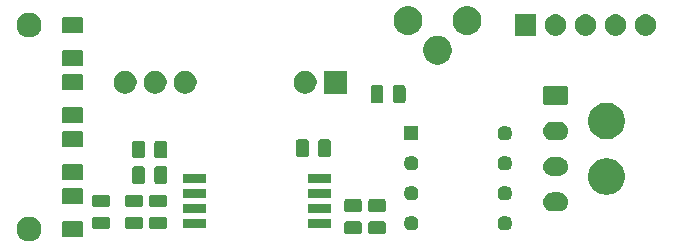
<source format=gbr>
G04 #@! TF.GenerationSoftware,KiCad,Pcbnew,(5.1.5)-3*
G04 #@! TF.CreationDate,2020-07-17T00:05:11-04:00*
G04 #@! TF.ProjectId,Power Transducer,506f7765-7220-4547-9261-6e7364756365,rev?*
G04 #@! TF.SameCoordinates,Original*
G04 #@! TF.FileFunction,Soldermask,Top*
G04 #@! TF.FilePolarity,Negative*
%FSLAX46Y46*%
G04 Gerber Fmt 4.6, Leading zero omitted, Abs format (unit mm)*
G04 Created by KiCad (PCBNEW (5.1.5)-3) date 2020-07-17 00:05:11*
%MOMM*%
%LPD*%
G04 APERTURE LIST*
%ADD10C,0.100000*%
G04 APERTURE END LIST*
D10*
G36*
X94921564Y-87762389D02*
G01*
X95112833Y-87841615D01*
X95112835Y-87841616D01*
X95284973Y-87956635D01*
X95431365Y-88103027D01*
X95538872Y-88263922D01*
X95546385Y-88275167D01*
X95625611Y-88466436D01*
X95666000Y-88669484D01*
X95666000Y-88876516D01*
X95625611Y-89079564D01*
X95546385Y-89270833D01*
X95546384Y-89270835D01*
X95431365Y-89442973D01*
X95284973Y-89589365D01*
X95112835Y-89704384D01*
X95112834Y-89704385D01*
X95112833Y-89704385D01*
X94921564Y-89783611D01*
X94718516Y-89824000D01*
X94511484Y-89824000D01*
X94308436Y-89783611D01*
X94117167Y-89704385D01*
X94117166Y-89704385D01*
X94117165Y-89704384D01*
X93945027Y-89589365D01*
X93798635Y-89442973D01*
X93683616Y-89270835D01*
X93683615Y-89270833D01*
X93604389Y-89079564D01*
X93564000Y-88876516D01*
X93564000Y-88669484D01*
X93604389Y-88466436D01*
X93683615Y-88275167D01*
X93691129Y-88263922D01*
X93798635Y-88103027D01*
X93945027Y-87956635D01*
X94117165Y-87841616D01*
X94117167Y-87841615D01*
X94308436Y-87762389D01*
X94511484Y-87722000D01*
X94718516Y-87722000D01*
X94921564Y-87762389D01*
G37*
G36*
X99066604Y-88101347D02*
G01*
X99103144Y-88112432D01*
X99136821Y-88130433D01*
X99166341Y-88154659D01*
X99190567Y-88184179D01*
X99208568Y-88217856D01*
X99219653Y-88254396D01*
X99224000Y-88298538D01*
X99224000Y-89247462D01*
X99219653Y-89291604D01*
X99208568Y-89328144D01*
X99190567Y-89361821D01*
X99166341Y-89391341D01*
X99136821Y-89415567D01*
X99103144Y-89433568D01*
X99066604Y-89444653D01*
X99022462Y-89449000D01*
X97573538Y-89449000D01*
X97529396Y-89444653D01*
X97492856Y-89433568D01*
X97459179Y-89415567D01*
X97429659Y-89391341D01*
X97405433Y-89361821D01*
X97387432Y-89328144D01*
X97376347Y-89291604D01*
X97372000Y-89247462D01*
X97372000Y-88298538D01*
X97376347Y-88254396D01*
X97387432Y-88217856D01*
X97405433Y-88184179D01*
X97429659Y-88154659D01*
X97459179Y-88130433D01*
X97492856Y-88112432D01*
X97529396Y-88101347D01*
X97573538Y-88097000D01*
X99022462Y-88097000D01*
X99066604Y-88101347D01*
G37*
G36*
X122631468Y-88112065D02*
G01*
X122670138Y-88123796D01*
X122705777Y-88142846D01*
X122737017Y-88168483D01*
X122762654Y-88199723D01*
X122781704Y-88235362D01*
X122793435Y-88274032D01*
X122798000Y-88320388D01*
X122798000Y-88971612D01*
X122793435Y-89017968D01*
X122781704Y-89056638D01*
X122762654Y-89092277D01*
X122737017Y-89123517D01*
X122705777Y-89149154D01*
X122670138Y-89168204D01*
X122631468Y-89179935D01*
X122585112Y-89184500D01*
X121508888Y-89184500D01*
X121462532Y-89179935D01*
X121423862Y-89168204D01*
X121388223Y-89149154D01*
X121356983Y-89123517D01*
X121331346Y-89092277D01*
X121312296Y-89056638D01*
X121300565Y-89017968D01*
X121296000Y-88971612D01*
X121296000Y-88320388D01*
X121300565Y-88274032D01*
X121312296Y-88235362D01*
X121331346Y-88199723D01*
X121356983Y-88168483D01*
X121388223Y-88142846D01*
X121423862Y-88123796D01*
X121462532Y-88112065D01*
X121508888Y-88107500D01*
X122585112Y-88107500D01*
X122631468Y-88112065D01*
G37*
G36*
X124663468Y-88112065D02*
G01*
X124702138Y-88123796D01*
X124737777Y-88142846D01*
X124769017Y-88168483D01*
X124794654Y-88199723D01*
X124813704Y-88235362D01*
X124825435Y-88274032D01*
X124830000Y-88320388D01*
X124830000Y-88971612D01*
X124825435Y-89017968D01*
X124813704Y-89056638D01*
X124794654Y-89092277D01*
X124769017Y-89123517D01*
X124737777Y-89149154D01*
X124702138Y-89168204D01*
X124663468Y-89179935D01*
X124617112Y-89184500D01*
X123540888Y-89184500D01*
X123494532Y-89179935D01*
X123455862Y-89168204D01*
X123420223Y-89149154D01*
X123388983Y-89123517D01*
X123363346Y-89092277D01*
X123344296Y-89056638D01*
X123332565Y-89017968D01*
X123328000Y-88971612D01*
X123328000Y-88320388D01*
X123332565Y-88274032D01*
X123344296Y-88235362D01*
X123363346Y-88199723D01*
X123388983Y-88168483D01*
X123420223Y-88142846D01*
X123455862Y-88123796D01*
X123494532Y-88112065D01*
X123540888Y-88107500D01*
X124617112Y-88107500D01*
X124663468Y-88112065D01*
G37*
G36*
X127146681Y-87672672D02*
G01*
X127258786Y-87719107D01*
X127359677Y-87786521D01*
X127445479Y-87872323D01*
X127512893Y-87973214D01*
X127559328Y-88085319D01*
X127583000Y-88204329D01*
X127583000Y-88325671D01*
X127559328Y-88444681D01*
X127512893Y-88556786D01*
X127445479Y-88657677D01*
X127359677Y-88743479D01*
X127258786Y-88810893D01*
X127146681Y-88857328D01*
X127027671Y-88881000D01*
X126906329Y-88881000D01*
X126787319Y-88857328D01*
X126675214Y-88810893D01*
X126574323Y-88743479D01*
X126488521Y-88657677D01*
X126421107Y-88556786D01*
X126374672Y-88444681D01*
X126351000Y-88325671D01*
X126351000Y-88204329D01*
X126374672Y-88085319D01*
X126421107Y-87973214D01*
X126488521Y-87872323D01*
X126574323Y-87786521D01*
X126675214Y-87719107D01*
X126787319Y-87672672D01*
X126906329Y-87649000D01*
X127027671Y-87649000D01*
X127146681Y-87672672D01*
G37*
G36*
X135086681Y-87672672D02*
G01*
X135198786Y-87719107D01*
X135299677Y-87786521D01*
X135385479Y-87872323D01*
X135452893Y-87973214D01*
X135499328Y-88085319D01*
X135523000Y-88204329D01*
X135523000Y-88325671D01*
X135499328Y-88444681D01*
X135452893Y-88556786D01*
X135385479Y-88657677D01*
X135299677Y-88743479D01*
X135198786Y-88810893D01*
X135086681Y-88857328D01*
X134967671Y-88881000D01*
X134846329Y-88881000D01*
X134727319Y-88857328D01*
X134615214Y-88810893D01*
X134514323Y-88743479D01*
X134428521Y-88657677D01*
X134361107Y-88556786D01*
X134314672Y-88444681D01*
X134291000Y-88325671D01*
X134291000Y-88204329D01*
X134314672Y-88085319D01*
X134361107Y-87973214D01*
X134428521Y-87872323D01*
X134514323Y-87786521D01*
X134615214Y-87719107D01*
X134727319Y-87672672D01*
X134846329Y-87649000D01*
X134967671Y-87649000D01*
X135086681Y-87672672D01*
G37*
G36*
X106121468Y-87731065D02*
G01*
X106160138Y-87742796D01*
X106195777Y-87761846D01*
X106227017Y-87787483D01*
X106252654Y-87818723D01*
X106271704Y-87854362D01*
X106283435Y-87893032D01*
X106288000Y-87939388D01*
X106288000Y-88590612D01*
X106283435Y-88636968D01*
X106271704Y-88675638D01*
X106252654Y-88711277D01*
X106227017Y-88742517D01*
X106195777Y-88768154D01*
X106160138Y-88787204D01*
X106121468Y-88798935D01*
X106075112Y-88803500D01*
X104998888Y-88803500D01*
X104952532Y-88798935D01*
X104913862Y-88787204D01*
X104878223Y-88768154D01*
X104846983Y-88742517D01*
X104821346Y-88711277D01*
X104802296Y-88675638D01*
X104790565Y-88636968D01*
X104786000Y-88590612D01*
X104786000Y-87939388D01*
X104790565Y-87893032D01*
X104802296Y-87854362D01*
X104821346Y-87818723D01*
X104846983Y-87787483D01*
X104878223Y-87761846D01*
X104913862Y-87742796D01*
X104952532Y-87731065D01*
X104998888Y-87726500D01*
X106075112Y-87726500D01*
X106121468Y-87731065D01*
G37*
G36*
X104089468Y-87731065D02*
G01*
X104128138Y-87742796D01*
X104163777Y-87761846D01*
X104195017Y-87787483D01*
X104220654Y-87818723D01*
X104239704Y-87854362D01*
X104251435Y-87893032D01*
X104256000Y-87939388D01*
X104256000Y-88590612D01*
X104251435Y-88636968D01*
X104239704Y-88675638D01*
X104220654Y-88711277D01*
X104195017Y-88742517D01*
X104163777Y-88768154D01*
X104128138Y-88787204D01*
X104089468Y-88798935D01*
X104043112Y-88803500D01*
X102966888Y-88803500D01*
X102920532Y-88798935D01*
X102881862Y-88787204D01*
X102846223Y-88768154D01*
X102814983Y-88742517D01*
X102789346Y-88711277D01*
X102770296Y-88675638D01*
X102758565Y-88636968D01*
X102754000Y-88590612D01*
X102754000Y-87939388D01*
X102758565Y-87893032D01*
X102770296Y-87854362D01*
X102789346Y-87818723D01*
X102814983Y-87787483D01*
X102846223Y-87761846D01*
X102881862Y-87742796D01*
X102920532Y-87731065D01*
X102966888Y-87726500D01*
X104043112Y-87726500D01*
X104089468Y-87731065D01*
G37*
G36*
X101295468Y-87731065D02*
G01*
X101334138Y-87742796D01*
X101369777Y-87761846D01*
X101401017Y-87787483D01*
X101426654Y-87818723D01*
X101445704Y-87854362D01*
X101457435Y-87893032D01*
X101462000Y-87939388D01*
X101462000Y-88590612D01*
X101457435Y-88636968D01*
X101445704Y-88675638D01*
X101426654Y-88711277D01*
X101401017Y-88742517D01*
X101369777Y-88768154D01*
X101334138Y-88787204D01*
X101295468Y-88798935D01*
X101249112Y-88803500D01*
X100172888Y-88803500D01*
X100126532Y-88798935D01*
X100087862Y-88787204D01*
X100052223Y-88768154D01*
X100020983Y-88742517D01*
X99995346Y-88711277D01*
X99976296Y-88675638D01*
X99964565Y-88636968D01*
X99960000Y-88590612D01*
X99960000Y-87939388D01*
X99964565Y-87893032D01*
X99976296Y-87854362D01*
X99995346Y-87818723D01*
X100020983Y-87787483D01*
X100052223Y-87761846D01*
X100087862Y-87742796D01*
X100126532Y-87731065D01*
X100172888Y-87726500D01*
X101249112Y-87726500D01*
X101295468Y-87731065D01*
G37*
G36*
X109570000Y-88641000D02*
G01*
X107618000Y-88641000D01*
X107618000Y-87889000D01*
X109570000Y-87889000D01*
X109570000Y-88641000D01*
G37*
G36*
X120220000Y-88641000D02*
G01*
X118268000Y-88641000D01*
X118268000Y-87889000D01*
X120220000Y-87889000D01*
X120220000Y-88641000D01*
G37*
G36*
X109570000Y-87371000D02*
G01*
X107618000Y-87371000D01*
X107618000Y-86619000D01*
X109570000Y-86619000D01*
X109570000Y-87371000D01*
G37*
G36*
X120220000Y-87371000D02*
G01*
X118268000Y-87371000D01*
X118268000Y-86619000D01*
X120220000Y-86619000D01*
X120220000Y-87371000D01*
G37*
G36*
X122631468Y-86237065D02*
G01*
X122670138Y-86248796D01*
X122705777Y-86267846D01*
X122737017Y-86293483D01*
X122762654Y-86324723D01*
X122781704Y-86360362D01*
X122793435Y-86399032D01*
X122798000Y-86445388D01*
X122798000Y-87096612D01*
X122793435Y-87142968D01*
X122781704Y-87181638D01*
X122762654Y-87217277D01*
X122737017Y-87248517D01*
X122705777Y-87274154D01*
X122670138Y-87293204D01*
X122631468Y-87304935D01*
X122585112Y-87309500D01*
X121508888Y-87309500D01*
X121462532Y-87304935D01*
X121423862Y-87293204D01*
X121388223Y-87274154D01*
X121356983Y-87248517D01*
X121331346Y-87217277D01*
X121312296Y-87181638D01*
X121300565Y-87142968D01*
X121296000Y-87096612D01*
X121296000Y-86445388D01*
X121300565Y-86399032D01*
X121312296Y-86360362D01*
X121331346Y-86324723D01*
X121356983Y-86293483D01*
X121388223Y-86267846D01*
X121423862Y-86248796D01*
X121462532Y-86237065D01*
X121508888Y-86232500D01*
X122585112Y-86232500D01*
X122631468Y-86237065D01*
G37*
G36*
X124663468Y-86237065D02*
G01*
X124702138Y-86248796D01*
X124737777Y-86267846D01*
X124769017Y-86293483D01*
X124794654Y-86324723D01*
X124813704Y-86360362D01*
X124825435Y-86399032D01*
X124830000Y-86445388D01*
X124830000Y-87096612D01*
X124825435Y-87142968D01*
X124813704Y-87181638D01*
X124794654Y-87217277D01*
X124769017Y-87248517D01*
X124737777Y-87274154D01*
X124702138Y-87293204D01*
X124663468Y-87304935D01*
X124617112Y-87309500D01*
X123540888Y-87309500D01*
X123494532Y-87304935D01*
X123455862Y-87293204D01*
X123420223Y-87274154D01*
X123388983Y-87248517D01*
X123363346Y-87217277D01*
X123344296Y-87181638D01*
X123332565Y-87142968D01*
X123328000Y-87096612D01*
X123328000Y-86445388D01*
X123332565Y-86399032D01*
X123344296Y-86360362D01*
X123363346Y-86324723D01*
X123388983Y-86293483D01*
X123420223Y-86267846D01*
X123455862Y-86248796D01*
X123494532Y-86237065D01*
X123540888Y-86232500D01*
X124617112Y-86232500D01*
X124663468Y-86237065D01*
G37*
G36*
X139530571Y-85672863D02*
G01*
X139609023Y-85680590D01*
X139709682Y-85711125D01*
X139760013Y-85726392D01*
X139899165Y-85800771D01*
X140021133Y-85900867D01*
X140121229Y-86022835D01*
X140195608Y-86161987D01*
X140210875Y-86212318D01*
X140241410Y-86312977D01*
X140256875Y-86470000D01*
X140241410Y-86627023D01*
X140234743Y-86649000D01*
X140195608Y-86778013D01*
X140121229Y-86917165D01*
X140021133Y-87039133D01*
X139899165Y-87139229D01*
X139760013Y-87213608D01*
X139709682Y-87228875D01*
X139609023Y-87259410D01*
X139530571Y-87267137D01*
X139491346Y-87271000D01*
X138892654Y-87271000D01*
X138853429Y-87267137D01*
X138774977Y-87259410D01*
X138674318Y-87228875D01*
X138623987Y-87213608D01*
X138484835Y-87139229D01*
X138362867Y-87039133D01*
X138262771Y-86917165D01*
X138188392Y-86778013D01*
X138149257Y-86649000D01*
X138142590Y-86627023D01*
X138127125Y-86470000D01*
X138142590Y-86312977D01*
X138173125Y-86212318D01*
X138188392Y-86161987D01*
X138262771Y-86022835D01*
X138362867Y-85900867D01*
X138484835Y-85800771D01*
X138623987Y-85726392D01*
X138674318Y-85711125D01*
X138774977Y-85680590D01*
X138853429Y-85672863D01*
X138892654Y-85669000D01*
X139491346Y-85669000D01*
X139530571Y-85672863D01*
G37*
G36*
X104089468Y-85856065D02*
G01*
X104128138Y-85867796D01*
X104163777Y-85886846D01*
X104195017Y-85912483D01*
X104220654Y-85943723D01*
X104239704Y-85979362D01*
X104251435Y-86018032D01*
X104256000Y-86064388D01*
X104256000Y-86715612D01*
X104251435Y-86761968D01*
X104239704Y-86800638D01*
X104220654Y-86836277D01*
X104195017Y-86867517D01*
X104163777Y-86893154D01*
X104128138Y-86912204D01*
X104089468Y-86923935D01*
X104043112Y-86928500D01*
X102966888Y-86928500D01*
X102920532Y-86923935D01*
X102881862Y-86912204D01*
X102846223Y-86893154D01*
X102814983Y-86867517D01*
X102789346Y-86836277D01*
X102770296Y-86800638D01*
X102758565Y-86761968D01*
X102754000Y-86715612D01*
X102754000Y-86064388D01*
X102758565Y-86018032D01*
X102770296Y-85979362D01*
X102789346Y-85943723D01*
X102814983Y-85912483D01*
X102846223Y-85886846D01*
X102881862Y-85867796D01*
X102920532Y-85856065D01*
X102966888Y-85851500D01*
X104043112Y-85851500D01*
X104089468Y-85856065D01*
G37*
G36*
X106121468Y-85856065D02*
G01*
X106160138Y-85867796D01*
X106195777Y-85886846D01*
X106227017Y-85912483D01*
X106252654Y-85943723D01*
X106271704Y-85979362D01*
X106283435Y-86018032D01*
X106288000Y-86064388D01*
X106288000Y-86715612D01*
X106283435Y-86761968D01*
X106271704Y-86800638D01*
X106252654Y-86836277D01*
X106227017Y-86867517D01*
X106195777Y-86893154D01*
X106160138Y-86912204D01*
X106121468Y-86923935D01*
X106075112Y-86928500D01*
X104998888Y-86928500D01*
X104952532Y-86923935D01*
X104913862Y-86912204D01*
X104878223Y-86893154D01*
X104846983Y-86867517D01*
X104821346Y-86836277D01*
X104802296Y-86800638D01*
X104790565Y-86761968D01*
X104786000Y-86715612D01*
X104786000Y-86064388D01*
X104790565Y-86018032D01*
X104802296Y-85979362D01*
X104821346Y-85943723D01*
X104846983Y-85912483D01*
X104878223Y-85886846D01*
X104913862Y-85867796D01*
X104952532Y-85856065D01*
X104998888Y-85851500D01*
X106075112Y-85851500D01*
X106121468Y-85856065D01*
G37*
G36*
X101295468Y-85856065D02*
G01*
X101334138Y-85867796D01*
X101369777Y-85886846D01*
X101401017Y-85912483D01*
X101426654Y-85943723D01*
X101445704Y-85979362D01*
X101457435Y-86018032D01*
X101462000Y-86064388D01*
X101462000Y-86715612D01*
X101457435Y-86761968D01*
X101445704Y-86800638D01*
X101426654Y-86836277D01*
X101401017Y-86867517D01*
X101369777Y-86893154D01*
X101334138Y-86912204D01*
X101295468Y-86923935D01*
X101249112Y-86928500D01*
X100172888Y-86928500D01*
X100126532Y-86923935D01*
X100087862Y-86912204D01*
X100052223Y-86893154D01*
X100020983Y-86867517D01*
X99995346Y-86836277D01*
X99976296Y-86800638D01*
X99964565Y-86761968D01*
X99960000Y-86715612D01*
X99960000Y-86064388D01*
X99964565Y-86018032D01*
X99976296Y-85979362D01*
X99995346Y-85943723D01*
X100020983Y-85912483D01*
X100052223Y-85886846D01*
X100087862Y-85867796D01*
X100126532Y-85856065D01*
X100172888Y-85851500D01*
X101249112Y-85851500D01*
X101295468Y-85856065D01*
G37*
G36*
X99066604Y-85301347D02*
G01*
X99103144Y-85312432D01*
X99136821Y-85330433D01*
X99166341Y-85354659D01*
X99190567Y-85384179D01*
X99208568Y-85417856D01*
X99219653Y-85454396D01*
X99224000Y-85498538D01*
X99224000Y-86447462D01*
X99219653Y-86491604D01*
X99208568Y-86528144D01*
X99190567Y-86561821D01*
X99166341Y-86591341D01*
X99136821Y-86615567D01*
X99103144Y-86633568D01*
X99066604Y-86644653D01*
X99022462Y-86649000D01*
X97573538Y-86649000D01*
X97529396Y-86644653D01*
X97492856Y-86633568D01*
X97459179Y-86615567D01*
X97429659Y-86591341D01*
X97405433Y-86561821D01*
X97387432Y-86528144D01*
X97376347Y-86491604D01*
X97372000Y-86447462D01*
X97372000Y-85498538D01*
X97376347Y-85454396D01*
X97387432Y-85417856D01*
X97405433Y-85384179D01*
X97429659Y-85354659D01*
X97459179Y-85330433D01*
X97492856Y-85312432D01*
X97529396Y-85301347D01*
X97573538Y-85297000D01*
X99022462Y-85297000D01*
X99066604Y-85301347D01*
G37*
G36*
X135086681Y-85132672D02*
G01*
X135198786Y-85179107D01*
X135299677Y-85246521D01*
X135385479Y-85332323D01*
X135452893Y-85433214D01*
X135499328Y-85545319D01*
X135523000Y-85664329D01*
X135523000Y-85785671D01*
X135499328Y-85904681D01*
X135452893Y-86016786D01*
X135385479Y-86117677D01*
X135299677Y-86203479D01*
X135198786Y-86270893D01*
X135086681Y-86317328D01*
X134967671Y-86341000D01*
X134846329Y-86341000D01*
X134727319Y-86317328D01*
X134615214Y-86270893D01*
X134514323Y-86203479D01*
X134428521Y-86117677D01*
X134361107Y-86016786D01*
X134314672Y-85904681D01*
X134291000Y-85785671D01*
X134291000Y-85664329D01*
X134314672Y-85545319D01*
X134361107Y-85433214D01*
X134428521Y-85332323D01*
X134514323Y-85246521D01*
X134615214Y-85179107D01*
X134727319Y-85132672D01*
X134846329Y-85109000D01*
X134967671Y-85109000D01*
X135086681Y-85132672D01*
G37*
G36*
X127146681Y-85132672D02*
G01*
X127258786Y-85179107D01*
X127359677Y-85246521D01*
X127445479Y-85332323D01*
X127512893Y-85433214D01*
X127559328Y-85545319D01*
X127583000Y-85664329D01*
X127583000Y-85785671D01*
X127559328Y-85904681D01*
X127512893Y-86016786D01*
X127445479Y-86117677D01*
X127359677Y-86203479D01*
X127258786Y-86270893D01*
X127146681Y-86317328D01*
X127027671Y-86341000D01*
X126906329Y-86341000D01*
X126787319Y-86317328D01*
X126675214Y-86270893D01*
X126574323Y-86203479D01*
X126488521Y-86117677D01*
X126421107Y-86016786D01*
X126374672Y-85904681D01*
X126351000Y-85785671D01*
X126351000Y-85664329D01*
X126374672Y-85545319D01*
X126421107Y-85433214D01*
X126488521Y-85332323D01*
X126574323Y-85246521D01*
X126675214Y-85179107D01*
X126787319Y-85132672D01*
X126906329Y-85109000D01*
X127027671Y-85109000D01*
X127146681Y-85132672D01*
G37*
G36*
X120220000Y-86101000D02*
G01*
X118268000Y-86101000D01*
X118268000Y-85349000D01*
X120220000Y-85349000D01*
X120220000Y-86101000D01*
G37*
G36*
X109570000Y-86101000D02*
G01*
X107618000Y-86101000D01*
X107618000Y-85349000D01*
X109570000Y-85349000D01*
X109570000Y-86101000D01*
G37*
G36*
X143814585Y-82798802D02*
G01*
X143964410Y-82828604D01*
X144246674Y-82945521D01*
X144500705Y-83115259D01*
X144716741Y-83331295D01*
X144886479Y-83585326D01*
X145003396Y-83867590D01*
X145003396Y-83867591D01*
X145063000Y-84167239D01*
X145063000Y-84472761D01*
X145048869Y-84543802D01*
X145003396Y-84772410D01*
X144886479Y-85054674D01*
X144716741Y-85308705D01*
X144500705Y-85524741D01*
X144246674Y-85694479D01*
X143964410Y-85811396D01*
X143814585Y-85841198D01*
X143664761Y-85871000D01*
X143359239Y-85871000D01*
X143209415Y-85841198D01*
X143059590Y-85811396D01*
X142777326Y-85694479D01*
X142523295Y-85524741D01*
X142307259Y-85308705D01*
X142137521Y-85054674D01*
X142020604Y-84772410D01*
X141975131Y-84543802D01*
X141961000Y-84472761D01*
X141961000Y-84167239D01*
X142020604Y-83867591D01*
X142020604Y-83867590D01*
X142137521Y-83585326D01*
X142307259Y-83331295D01*
X142523295Y-83115259D01*
X142777326Y-82945521D01*
X143059590Y-82828604D01*
X143209415Y-82798802D01*
X143359239Y-82769000D01*
X143664761Y-82769000D01*
X143814585Y-82798802D01*
G37*
G36*
X104257968Y-83454565D02*
G01*
X104296638Y-83466296D01*
X104332277Y-83485346D01*
X104363517Y-83510983D01*
X104389154Y-83542223D01*
X104408204Y-83577862D01*
X104419935Y-83616532D01*
X104424500Y-83662888D01*
X104424500Y-84739112D01*
X104419935Y-84785468D01*
X104408204Y-84824138D01*
X104389154Y-84859777D01*
X104363517Y-84891017D01*
X104332277Y-84916654D01*
X104296638Y-84935704D01*
X104257968Y-84947435D01*
X104211612Y-84952000D01*
X103560388Y-84952000D01*
X103514032Y-84947435D01*
X103475362Y-84935704D01*
X103439723Y-84916654D01*
X103408483Y-84891017D01*
X103382846Y-84859777D01*
X103363796Y-84824138D01*
X103352065Y-84785468D01*
X103347500Y-84739112D01*
X103347500Y-83662888D01*
X103352065Y-83616532D01*
X103363796Y-83577862D01*
X103382846Y-83542223D01*
X103408483Y-83510983D01*
X103439723Y-83485346D01*
X103475362Y-83466296D01*
X103514032Y-83454565D01*
X103560388Y-83450000D01*
X104211612Y-83450000D01*
X104257968Y-83454565D01*
G37*
G36*
X106132968Y-83454565D02*
G01*
X106171638Y-83466296D01*
X106207277Y-83485346D01*
X106238517Y-83510983D01*
X106264154Y-83542223D01*
X106283204Y-83577862D01*
X106294935Y-83616532D01*
X106299500Y-83662888D01*
X106299500Y-84739112D01*
X106294935Y-84785468D01*
X106283204Y-84824138D01*
X106264154Y-84859777D01*
X106238517Y-84891017D01*
X106207277Y-84916654D01*
X106171638Y-84935704D01*
X106132968Y-84947435D01*
X106086612Y-84952000D01*
X105435388Y-84952000D01*
X105389032Y-84947435D01*
X105350362Y-84935704D01*
X105314723Y-84916654D01*
X105283483Y-84891017D01*
X105257846Y-84859777D01*
X105238796Y-84824138D01*
X105227065Y-84785468D01*
X105222500Y-84739112D01*
X105222500Y-83662888D01*
X105227065Y-83616532D01*
X105238796Y-83577862D01*
X105257846Y-83542223D01*
X105283483Y-83510983D01*
X105314723Y-83485346D01*
X105350362Y-83466296D01*
X105389032Y-83454565D01*
X105435388Y-83450000D01*
X106086612Y-83450000D01*
X106132968Y-83454565D01*
G37*
G36*
X109570000Y-84831000D02*
G01*
X107618000Y-84831000D01*
X107618000Y-84079000D01*
X109570000Y-84079000D01*
X109570000Y-84831000D01*
G37*
G36*
X120220000Y-84831000D02*
G01*
X118268000Y-84831000D01*
X118268000Y-84079000D01*
X120220000Y-84079000D01*
X120220000Y-84831000D01*
G37*
G36*
X99066604Y-83275347D02*
G01*
X99103144Y-83286432D01*
X99136821Y-83304433D01*
X99166341Y-83328659D01*
X99190567Y-83358179D01*
X99208568Y-83391856D01*
X99219653Y-83428396D01*
X99224000Y-83472538D01*
X99224000Y-84421462D01*
X99219653Y-84465604D01*
X99208568Y-84502144D01*
X99190567Y-84535821D01*
X99166341Y-84565341D01*
X99136821Y-84589567D01*
X99103144Y-84607568D01*
X99066604Y-84618653D01*
X99022462Y-84623000D01*
X97573538Y-84623000D01*
X97529396Y-84618653D01*
X97492856Y-84607568D01*
X97459179Y-84589567D01*
X97429659Y-84565341D01*
X97405433Y-84535821D01*
X97387432Y-84502144D01*
X97376347Y-84465604D01*
X97372000Y-84421462D01*
X97372000Y-83472538D01*
X97376347Y-83428396D01*
X97387432Y-83391856D01*
X97405433Y-83358179D01*
X97429659Y-83328659D01*
X97459179Y-83304433D01*
X97492856Y-83286432D01*
X97529396Y-83275347D01*
X97573538Y-83271000D01*
X99022462Y-83271000D01*
X99066604Y-83275347D01*
G37*
G36*
X139530571Y-82672863D02*
G01*
X139609023Y-82680590D01*
X139694506Y-82706521D01*
X139760013Y-82726392D01*
X139899165Y-82800771D01*
X140021133Y-82900867D01*
X140121229Y-83022835D01*
X140195608Y-83161987D01*
X140195608Y-83161988D01*
X140241410Y-83312977D01*
X140256875Y-83470000D01*
X140241410Y-83627023D01*
X140230530Y-83662888D01*
X140195608Y-83778013D01*
X140121229Y-83917165D01*
X140021133Y-84039133D01*
X139899165Y-84139229D01*
X139760013Y-84213608D01*
X139709682Y-84228875D01*
X139609023Y-84259410D01*
X139530571Y-84267137D01*
X139491346Y-84271000D01*
X138892654Y-84271000D01*
X138853429Y-84267137D01*
X138774977Y-84259410D01*
X138674318Y-84228875D01*
X138623987Y-84213608D01*
X138484835Y-84139229D01*
X138362867Y-84039133D01*
X138262771Y-83917165D01*
X138188392Y-83778013D01*
X138153470Y-83662888D01*
X138142590Y-83627023D01*
X138127125Y-83470000D01*
X138142590Y-83312977D01*
X138188392Y-83161988D01*
X138188392Y-83161987D01*
X138262771Y-83022835D01*
X138362867Y-82900867D01*
X138484835Y-82800771D01*
X138623987Y-82726392D01*
X138689494Y-82706521D01*
X138774977Y-82680590D01*
X138853429Y-82672863D01*
X138892654Y-82669000D01*
X139491346Y-82669000D01*
X139530571Y-82672863D01*
G37*
G36*
X135086681Y-82592672D02*
G01*
X135198786Y-82639107D01*
X135299677Y-82706521D01*
X135385479Y-82792323D01*
X135452893Y-82893214D01*
X135499328Y-83005319D01*
X135523000Y-83124329D01*
X135523000Y-83245671D01*
X135499328Y-83364681D01*
X135452893Y-83476786D01*
X135385479Y-83577677D01*
X135299677Y-83663479D01*
X135198786Y-83730893D01*
X135086681Y-83777328D01*
X134967671Y-83801000D01*
X134846329Y-83801000D01*
X134727319Y-83777328D01*
X134615214Y-83730893D01*
X134514323Y-83663479D01*
X134428521Y-83577677D01*
X134361107Y-83476786D01*
X134314672Y-83364681D01*
X134291000Y-83245671D01*
X134291000Y-83124329D01*
X134314672Y-83005319D01*
X134361107Y-82893214D01*
X134428521Y-82792323D01*
X134514323Y-82706521D01*
X134615214Y-82639107D01*
X134727319Y-82592672D01*
X134846329Y-82569000D01*
X134967671Y-82569000D01*
X135086681Y-82592672D01*
G37*
G36*
X127146681Y-82592672D02*
G01*
X127258786Y-82639107D01*
X127359677Y-82706521D01*
X127445479Y-82792323D01*
X127512893Y-82893214D01*
X127559328Y-83005319D01*
X127583000Y-83124329D01*
X127583000Y-83245671D01*
X127559328Y-83364681D01*
X127512893Y-83476786D01*
X127445479Y-83577677D01*
X127359677Y-83663479D01*
X127258786Y-83730893D01*
X127146681Y-83777328D01*
X127027671Y-83801000D01*
X126906329Y-83801000D01*
X126787319Y-83777328D01*
X126675214Y-83730893D01*
X126574323Y-83663479D01*
X126488521Y-83577677D01*
X126421107Y-83476786D01*
X126374672Y-83364681D01*
X126351000Y-83245671D01*
X126351000Y-83124329D01*
X126374672Y-83005319D01*
X126421107Y-82893214D01*
X126488521Y-82792323D01*
X126574323Y-82706521D01*
X126675214Y-82639107D01*
X126787319Y-82592672D01*
X126906329Y-82569000D01*
X127027671Y-82569000D01*
X127146681Y-82592672D01*
G37*
G36*
X106132968Y-81295565D02*
G01*
X106171638Y-81307296D01*
X106207277Y-81326346D01*
X106238517Y-81351983D01*
X106264154Y-81383223D01*
X106283204Y-81418862D01*
X106294935Y-81457532D01*
X106299500Y-81503888D01*
X106299500Y-82580112D01*
X106294935Y-82626468D01*
X106283204Y-82665138D01*
X106264154Y-82700777D01*
X106238517Y-82732017D01*
X106207277Y-82757654D01*
X106171638Y-82776704D01*
X106132968Y-82788435D01*
X106086612Y-82793000D01*
X105435388Y-82793000D01*
X105389032Y-82788435D01*
X105350362Y-82776704D01*
X105314723Y-82757654D01*
X105283483Y-82732017D01*
X105257846Y-82700777D01*
X105238796Y-82665138D01*
X105227065Y-82626468D01*
X105222500Y-82580112D01*
X105222500Y-81503888D01*
X105227065Y-81457532D01*
X105238796Y-81418862D01*
X105257846Y-81383223D01*
X105283483Y-81351983D01*
X105314723Y-81326346D01*
X105350362Y-81307296D01*
X105389032Y-81295565D01*
X105435388Y-81291000D01*
X106086612Y-81291000D01*
X106132968Y-81295565D01*
G37*
G36*
X104257968Y-81295565D02*
G01*
X104296638Y-81307296D01*
X104332277Y-81326346D01*
X104363517Y-81351983D01*
X104389154Y-81383223D01*
X104408204Y-81418862D01*
X104419935Y-81457532D01*
X104424500Y-81503888D01*
X104424500Y-82580112D01*
X104419935Y-82626468D01*
X104408204Y-82665138D01*
X104389154Y-82700777D01*
X104363517Y-82732017D01*
X104332277Y-82757654D01*
X104296638Y-82776704D01*
X104257968Y-82788435D01*
X104211612Y-82793000D01*
X103560388Y-82793000D01*
X103514032Y-82788435D01*
X103475362Y-82776704D01*
X103439723Y-82757654D01*
X103408483Y-82732017D01*
X103382846Y-82700777D01*
X103363796Y-82665138D01*
X103352065Y-82626468D01*
X103347500Y-82580112D01*
X103347500Y-81503888D01*
X103352065Y-81457532D01*
X103363796Y-81418862D01*
X103382846Y-81383223D01*
X103408483Y-81351983D01*
X103439723Y-81326346D01*
X103475362Y-81307296D01*
X103514032Y-81295565D01*
X103560388Y-81291000D01*
X104211612Y-81291000D01*
X104257968Y-81295565D01*
G37*
G36*
X118130968Y-81168565D02*
G01*
X118169638Y-81180296D01*
X118205277Y-81199346D01*
X118236517Y-81224983D01*
X118262154Y-81256223D01*
X118281204Y-81291862D01*
X118292935Y-81330532D01*
X118297500Y-81376888D01*
X118297500Y-82453112D01*
X118292935Y-82499468D01*
X118281204Y-82538138D01*
X118262154Y-82573777D01*
X118236517Y-82605017D01*
X118205277Y-82630654D01*
X118169638Y-82649704D01*
X118130968Y-82661435D01*
X118084612Y-82666000D01*
X117433388Y-82666000D01*
X117387032Y-82661435D01*
X117348362Y-82649704D01*
X117312723Y-82630654D01*
X117281483Y-82605017D01*
X117255846Y-82573777D01*
X117236796Y-82538138D01*
X117225065Y-82499468D01*
X117220500Y-82453112D01*
X117220500Y-81376888D01*
X117225065Y-81330532D01*
X117236796Y-81291862D01*
X117255846Y-81256223D01*
X117281483Y-81224983D01*
X117312723Y-81199346D01*
X117348362Y-81180296D01*
X117387032Y-81168565D01*
X117433388Y-81164000D01*
X118084612Y-81164000D01*
X118130968Y-81168565D01*
G37*
G36*
X120005968Y-81168565D02*
G01*
X120044638Y-81180296D01*
X120080277Y-81199346D01*
X120111517Y-81224983D01*
X120137154Y-81256223D01*
X120156204Y-81291862D01*
X120167935Y-81330532D01*
X120172500Y-81376888D01*
X120172500Y-82453112D01*
X120167935Y-82499468D01*
X120156204Y-82538138D01*
X120137154Y-82573777D01*
X120111517Y-82605017D01*
X120080277Y-82630654D01*
X120044638Y-82649704D01*
X120005968Y-82661435D01*
X119959612Y-82666000D01*
X119308388Y-82666000D01*
X119262032Y-82661435D01*
X119223362Y-82649704D01*
X119187723Y-82630654D01*
X119156483Y-82605017D01*
X119130846Y-82573777D01*
X119111796Y-82538138D01*
X119100065Y-82499468D01*
X119095500Y-82453112D01*
X119095500Y-81376888D01*
X119100065Y-81330532D01*
X119111796Y-81291862D01*
X119130846Y-81256223D01*
X119156483Y-81224983D01*
X119187723Y-81199346D01*
X119223362Y-81180296D01*
X119262032Y-81168565D01*
X119308388Y-81164000D01*
X119959612Y-81164000D01*
X120005968Y-81168565D01*
G37*
G36*
X99066604Y-80475347D02*
G01*
X99103144Y-80486432D01*
X99136821Y-80504433D01*
X99166341Y-80528659D01*
X99190567Y-80558179D01*
X99208568Y-80591856D01*
X99219653Y-80628396D01*
X99224000Y-80672538D01*
X99224000Y-81621462D01*
X99219653Y-81665604D01*
X99208568Y-81702144D01*
X99190567Y-81735821D01*
X99166341Y-81765341D01*
X99136821Y-81789567D01*
X99103144Y-81807568D01*
X99066604Y-81818653D01*
X99022462Y-81823000D01*
X97573538Y-81823000D01*
X97529396Y-81818653D01*
X97492856Y-81807568D01*
X97459179Y-81789567D01*
X97429659Y-81765341D01*
X97405433Y-81735821D01*
X97387432Y-81702144D01*
X97376347Y-81665604D01*
X97372000Y-81621462D01*
X97372000Y-80672538D01*
X97376347Y-80628396D01*
X97387432Y-80591856D01*
X97405433Y-80558179D01*
X97429659Y-80528659D01*
X97459179Y-80504433D01*
X97492856Y-80486432D01*
X97529396Y-80475347D01*
X97573538Y-80471000D01*
X99022462Y-80471000D01*
X99066604Y-80475347D01*
G37*
G36*
X139530571Y-79672863D02*
G01*
X139609023Y-79680590D01*
X139705385Y-79709821D01*
X139760013Y-79726392D01*
X139899165Y-79800771D01*
X140021133Y-79900867D01*
X140121229Y-80022835D01*
X140195608Y-80161987D01*
X140195608Y-80161988D01*
X140241410Y-80312977D01*
X140256875Y-80470000D01*
X140241410Y-80627023D01*
X140227603Y-80672538D01*
X140195608Y-80778013D01*
X140121229Y-80917165D01*
X140021133Y-81039133D01*
X139899165Y-81139229D01*
X139760013Y-81213608D01*
X139722514Y-81224983D01*
X139609023Y-81259410D01*
X139530571Y-81267137D01*
X139491346Y-81271000D01*
X138892654Y-81271000D01*
X138853429Y-81267137D01*
X138774977Y-81259410D01*
X138661486Y-81224983D01*
X138623987Y-81213608D01*
X138484835Y-81139229D01*
X138362867Y-81039133D01*
X138262771Y-80917165D01*
X138188392Y-80778013D01*
X138156397Y-80672538D01*
X138142590Y-80627023D01*
X138127125Y-80470000D01*
X138142590Y-80312977D01*
X138188392Y-80161988D01*
X138188392Y-80161987D01*
X138262771Y-80022835D01*
X138362867Y-79900867D01*
X138484835Y-79800771D01*
X138623987Y-79726392D01*
X138678615Y-79709821D01*
X138774977Y-79680590D01*
X138853429Y-79672863D01*
X138892654Y-79669000D01*
X139491346Y-79669000D01*
X139530571Y-79672863D01*
G37*
G36*
X135086681Y-80052672D02*
G01*
X135198786Y-80099107D01*
X135299677Y-80166521D01*
X135385479Y-80252323D01*
X135452893Y-80353214D01*
X135499328Y-80465319D01*
X135523000Y-80584329D01*
X135523000Y-80705671D01*
X135499328Y-80824681D01*
X135452893Y-80936786D01*
X135385479Y-81037677D01*
X135299677Y-81123479D01*
X135198786Y-81190893D01*
X135086681Y-81237328D01*
X134967671Y-81261000D01*
X134846329Y-81261000D01*
X134727319Y-81237328D01*
X134615214Y-81190893D01*
X134514323Y-81123479D01*
X134428521Y-81037677D01*
X134361107Y-80936786D01*
X134314672Y-80824681D01*
X134291000Y-80705671D01*
X134291000Y-80584329D01*
X134314672Y-80465319D01*
X134361107Y-80353214D01*
X134428521Y-80252323D01*
X134514323Y-80166521D01*
X134615214Y-80099107D01*
X134727319Y-80052672D01*
X134846329Y-80029000D01*
X134967671Y-80029000D01*
X135086681Y-80052672D01*
G37*
G36*
X127583000Y-81261000D02*
G01*
X126351000Y-81261000D01*
X126351000Y-80029000D01*
X127583000Y-80029000D01*
X127583000Y-81261000D01*
G37*
G36*
X143767494Y-78089435D02*
G01*
X143964410Y-78128604D01*
X144246674Y-78245521D01*
X144500705Y-78415259D01*
X144716741Y-78631295D01*
X144886479Y-78885326D01*
X145003396Y-79167590D01*
X145003396Y-79167591D01*
X145063000Y-79467239D01*
X145063000Y-79772761D01*
X145057428Y-79800771D01*
X145003396Y-80072410D01*
X144886479Y-80354674D01*
X144716741Y-80608705D01*
X144500705Y-80824741D01*
X144246674Y-80994479D01*
X143964410Y-81111396D01*
X143824484Y-81139229D01*
X143664761Y-81171000D01*
X143359239Y-81171000D01*
X143199516Y-81139229D01*
X143059590Y-81111396D01*
X142777326Y-80994479D01*
X142523295Y-80824741D01*
X142307259Y-80608705D01*
X142137521Y-80354674D01*
X142020604Y-80072410D01*
X141966572Y-79800771D01*
X141961000Y-79772761D01*
X141961000Y-79467239D01*
X142020604Y-79167591D01*
X142020604Y-79167590D01*
X142137521Y-78885326D01*
X142307259Y-78631295D01*
X142523295Y-78415259D01*
X142777326Y-78245521D01*
X143059590Y-78128604D01*
X143256506Y-78089435D01*
X143359239Y-78069000D01*
X143664761Y-78069000D01*
X143767494Y-78089435D01*
G37*
G36*
X99066604Y-78449347D02*
G01*
X99103144Y-78460432D01*
X99136821Y-78478433D01*
X99166341Y-78502659D01*
X99190567Y-78532179D01*
X99208568Y-78565856D01*
X99219653Y-78602396D01*
X99224000Y-78646538D01*
X99224000Y-79595462D01*
X99219653Y-79639604D01*
X99208568Y-79676144D01*
X99190567Y-79709821D01*
X99166341Y-79739341D01*
X99136821Y-79763567D01*
X99103144Y-79781568D01*
X99066604Y-79792653D01*
X99022462Y-79797000D01*
X97573538Y-79797000D01*
X97529396Y-79792653D01*
X97492856Y-79781568D01*
X97459179Y-79763567D01*
X97429659Y-79739341D01*
X97405433Y-79709821D01*
X97387432Y-79676144D01*
X97376347Y-79639604D01*
X97372000Y-79595462D01*
X97372000Y-78646538D01*
X97376347Y-78602396D01*
X97387432Y-78565856D01*
X97405433Y-78532179D01*
X97429659Y-78502659D01*
X97459179Y-78478433D01*
X97492856Y-78460432D01*
X97529396Y-78449347D01*
X97573538Y-78445000D01*
X99022462Y-78445000D01*
X99066604Y-78449347D01*
G37*
G36*
X140105048Y-76673122D02*
G01*
X140139387Y-76683539D01*
X140171036Y-76700456D01*
X140198778Y-76723222D01*
X140221544Y-76750964D01*
X140238461Y-76782613D01*
X140248878Y-76816952D01*
X140253000Y-76858807D01*
X140253000Y-78081193D01*
X140248878Y-78123048D01*
X140238461Y-78157387D01*
X140221544Y-78189036D01*
X140198778Y-78216778D01*
X140171036Y-78239544D01*
X140139387Y-78256461D01*
X140105048Y-78266878D01*
X140063193Y-78271000D01*
X138320807Y-78271000D01*
X138278952Y-78266878D01*
X138244613Y-78256461D01*
X138212964Y-78239544D01*
X138185222Y-78216778D01*
X138162456Y-78189036D01*
X138145539Y-78157387D01*
X138135122Y-78123048D01*
X138131000Y-78081193D01*
X138131000Y-76858807D01*
X138135122Y-76816952D01*
X138145539Y-76782613D01*
X138162456Y-76750964D01*
X138185222Y-76723222D01*
X138212964Y-76700456D01*
X138244613Y-76683539D01*
X138278952Y-76673122D01*
X138320807Y-76669000D01*
X140063193Y-76669000D01*
X140105048Y-76673122D01*
G37*
G36*
X126325968Y-76596565D02*
G01*
X126364638Y-76608296D01*
X126400277Y-76627346D01*
X126431517Y-76652983D01*
X126457154Y-76684223D01*
X126476204Y-76719862D01*
X126487935Y-76758532D01*
X126492500Y-76804888D01*
X126492500Y-77881112D01*
X126487935Y-77927468D01*
X126476204Y-77966138D01*
X126457154Y-78001777D01*
X126431517Y-78033017D01*
X126400277Y-78058654D01*
X126364638Y-78077704D01*
X126325968Y-78089435D01*
X126279612Y-78094000D01*
X125628388Y-78094000D01*
X125582032Y-78089435D01*
X125543362Y-78077704D01*
X125507723Y-78058654D01*
X125476483Y-78033017D01*
X125450846Y-78001777D01*
X125431796Y-77966138D01*
X125420065Y-77927468D01*
X125415500Y-77881112D01*
X125415500Y-76804888D01*
X125420065Y-76758532D01*
X125431796Y-76719862D01*
X125450846Y-76684223D01*
X125476483Y-76652983D01*
X125507723Y-76627346D01*
X125543362Y-76608296D01*
X125582032Y-76596565D01*
X125628388Y-76592000D01*
X126279612Y-76592000D01*
X126325968Y-76596565D01*
G37*
G36*
X124450968Y-76596565D02*
G01*
X124489638Y-76608296D01*
X124525277Y-76627346D01*
X124556517Y-76652983D01*
X124582154Y-76684223D01*
X124601204Y-76719862D01*
X124612935Y-76758532D01*
X124617500Y-76804888D01*
X124617500Y-77881112D01*
X124612935Y-77927468D01*
X124601204Y-77966138D01*
X124582154Y-78001777D01*
X124556517Y-78033017D01*
X124525277Y-78058654D01*
X124489638Y-78077704D01*
X124450968Y-78089435D01*
X124404612Y-78094000D01*
X123753388Y-78094000D01*
X123707032Y-78089435D01*
X123668362Y-78077704D01*
X123632723Y-78058654D01*
X123601483Y-78033017D01*
X123575846Y-78001777D01*
X123556796Y-77966138D01*
X123545065Y-77927468D01*
X123540500Y-77881112D01*
X123540500Y-76804888D01*
X123545065Y-76758532D01*
X123556796Y-76719862D01*
X123575846Y-76684223D01*
X123601483Y-76652983D01*
X123632723Y-76627346D01*
X123668362Y-76608296D01*
X123707032Y-76596565D01*
X123753388Y-76592000D01*
X124404612Y-76592000D01*
X124450968Y-76596565D01*
G37*
G36*
X103027687Y-75388507D02*
G01*
X103027690Y-75388508D01*
X103027689Y-75388508D01*
X103205309Y-75462080D01*
X103205310Y-75462081D01*
X103365161Y-75568889D01*
X103501111Y-75704839D01*
X103572661Y-75811922D01*
X103607920Y-75864691D01*
X103628924Y-75915400D01*
X103681493Y-76042313D01*
X103719000Y-76230871D01*
X103719000Y-76423129D01*
X103681493Y-76611687D01*
X103681492Y-76611689D01*
X103607920Y-76789309D01*
X103590158Y-76815891D01*
X103501111Y-76949161D01*
X103365161Y-77085111D01*
X103231891Y-77174158D01*
X103205309Y-77191920D01*
X103067927Y-77248825D01*
X103027687Y-77265493D01*
X102839129Y-77303000D01*
X102646871Y-77303000D01*
X102458313Y-77265493D01*
X102418073Y-77248825D01*
X102280691Y-77191920D01*
X102254109Y-77174158D01*
X102120839Y-77085111D01*
X101984889Y-76949161D01*
X101895842Y-76815891D01*
X101878080Y-76789309D01*
X101804508Y-76611689D01*
X101804507Y-76611687D01*
X101767000Y-76423129D01*
X101767000Y-76230871D01*
X101804507Y-76042313D01*
X101857076Y-75915400D01*
X101878080Y-75864691D01*
X101913339Y-75811922D01*
X101984889Y-75704839D01*
X102120839Y-75568889D01*
X102280690Y-75462081D01*
X102280691Y-75462080D01*
X102458311Y-75388508D01*
X102458310Y-75388508D01*
X102458313Y-75388507D01*
X102646871Y-75351000D01*
X102839129Y-75351000D01*
X103027687Y-75388507D01*
G37*
G36*
X118267687Y-75388507D02*
G01*
X118267690Y-75388508D01*
X118267689Y-75388508D01*
X118445309Y-75462080D01*
X118445310Y-75462081D01*
X118605161Y-75568889D01*
X118741111Y-75704839D01*
X118812661Y-75811922D01*
X118847920Y-75864691D01*
X118868924Y-75915400D01*
X118921493Y-76042313D01*
X118959000Y-76230871D01*
X118959000Y-76423129D01*
X118921493Y-76611687D01*
X118921492Y-76611689D01*
X118847920Y-76789309D01*
X118830158Y-76815891D01*
X118741111Y-76949161D01*
X118605161Y-77085111D01*
X118471891Y-77174158D01*
X118445309Y-77191920D01*
X118307927Y-77248825D01*
X118267687Y-77265493D01*
X118079129Y-77303000D01*
X117886871Y-77303000D01*
X117698313Y-77265493D01*
X117658073Y-77248825D01*
X117520691Y-77191920D01*
X117494109Y-77174158D01*
X117360839Y-77085111D01*
X117224889Y-76949161D01*
X117135842Y-76815891D01*
X117118080Y-76789309D01*
X117044508Y-76611689D01*
X117044507Y-76611687D01*
X117007000Y-76423129D01*
X117007000Y-76230871D01*
X117044507Y-76042313D01*
X117097076Y-75915400D01*
X117118080Y-75864691D01*
X117153339Y-75811922D01*
X117224889Y-75704839D01*
X117360839Y-75568889D01*
X117520690Y-75462081D01*
X117520691Y-75462080D01*
X117698311Y-75388508D01*
X117698310Y-75388508D01*
X117698313Y-75388507D01*
X117886871Y-75351000D01*
X118079129Y-75351000D01*
X118267687Y-75388507D01*
G37*
G36*
X108107687Y-75388507D02*
G01*
X108107690Y-75388508D01*
X108107689Y-75388508D01*
X108285309Y-75462080D01*
X108285310Y-75462081D01*
X108445161Y-75568889D01*
X108581111Y-75704839D01*
X108652661Y-75811922D01*
X108687920Y-75864691D01*
X108708924Y-75915400D01*
X108761493Y-76042313D01*
X108799000Y-76230871D01*
X108799000Y-76423129D01*
X108761493Y-76611687D01*
X108761492Y-76611689D01*
X108687920Y-76789309D01*
X108670158Y-76815891D01*
X108581111Y-76949161D01*
X108445161Y-77085111D01*
X108311891Y-77174158D01*
X108285309Y-77191920D01*
X108147927Y-77248825D01*
X108107687Y-77265493D01*
X107919129Y-77303000D01*
X107726871Y-77303000D01*
X107538313Y-77265493D01*
X107498073Y-77248825D01*
X107360691Y-77191920D01*
X107334109Y-77174158D01*
X107200839Y-77085111D01*
X107064889Y-76949161D01*
X106975842Y-76815891D01*
X106958080Y-76789309D01*
X106884508Y-76611689D01*
X106884507Y-76611687D01*
X106847000Y-76423129D01*
X106847000Y-76230871D01*
X106884507Y-76042313D01*
X106937076Y-75915400D01*
X106958080Y-75864691D01*
X106993339Y-75811922D01*
X107064889Y-75704839D01*
X107200839Y-75568889D01*
X107360690Y-75462081D01*
X107360691Y-75462080D01*
X107538311Y-75388508D01*
X107538310Y-75388508D01*
X107538313Y-75388507D01*
X107726871Y-75351000D01*
X107919129Y-75351000D01*
X108107687Y-75388507D01*
G37*
G36*
X105567687Y-75388507D02*
G01*
X105567690Y-75388508D01*
X105567689Y-75388508D01*
X105745309Y-75462080D01*
X105745310Y-75462081D01*
X105905161Y-75568889D01*
X106041111Y-75704839D01*
X106112661Y-75811922D01*
X106147920Y-75864691D01*
X106168924Y-75915400D01*
X106221493Y-76042313D01*
X106259000Y-76230871D01*
X106259000Y-76423129D01*
X106221493Y-76611687D01*
X106221492Y-76611689D01*
X106147920Y-76789309D01*
X106130158Y-76815891D01*
X106041111Y-76949161D01*
X105905161Y-77085111D01*
X105771891Y-77174158D01*
X105745309Y-77191920D01*
X105607927Y-77248825D01*
X105567687Y-77265493D01*
X105379129Y-77303000D01*
X105186871Y-77303000D01*
X104998313Y-77265493D01*
X104958073Y-77248825D01*
X104820691Y-77191920D01*
X104794109Y-77174158D01*
X104660839Y-77085111D01*
X104524889Y-76949161D01*
X104435842Y-76815891D01*
X104418080Y-76789309D01*
X104344508Y-76611689D01*
X104344507Y-76611687D01*
X104307000Y-76423129D01*
X104307000Y-76230871D01*
X104344507Y-76042313D01*
X104397076Y-75915400D01*
X104418080Y-75864691D01*
X104453339Y-75811922D01*
X104524889Y-75704839D01*
X104660839Y-75568889D01*
X104820690Y-75462081D01*
X104820691Y-75462080D01*
X104998311Y-75388508D01*
X104998310Y-75388508D01*
X104998313Y-75388507D01*
X105186871Y-75351000D01*
X105379129Y-75351000D01*
X105567687Y-75388507D01*
G37*
G36*
X121499000Y-77303000D02*
G01*
X119547000Y-77303000D01*
X119547000Y-75351000D01*
X121499000Y-75351000D01*
X121499000Y-77303000D01*
G37*
G36*
X99066604Y-75649347D02*
G01*
X99103144Y-75660432D01*
X99136821Y-75678433D01*
X99166341Y-75702659D01*
X99190567Y-75732179D01*
X99208568Y-75765856D01*
X99219653Y-75802396D01*
X99224000Y-75846538D01*
X99224000Y-76795462D01*
X99219653Y-76839604D01*
X99208568Y-76876144D01*
X99190567Y-76909821D01*
X99166341Y-76939341D01*
X99136821Y-76963567D01*
X99103144Y-76981568D01*
X99066604Y-76992653D01*
X99022462Y-76997000D01*
X97573538Y-76997000D01*
X97529396Y-76992653D01*
X97492856Y-76981568D01*
X97459179Y-76963567D01*
X97429659Y-76939341D01*
X97405433Y-76909821D01*
X97387432Y-76876144D01*
X97376347Y-76839604D01*
X97372000Y-76795462D01*
X97372000Y-75846538D01*
X97376347Y-75802396D01*
X97387432Y-75765856D01*
X97405433Y-75732179D01*
X97429659Y-75702659D01*
X97459179Y-75678433D01*
X97492856Y-75660432D01*
X97529396Y-75649347D01*
X97573538Y-75645000D01*
X99022462Y-75645000D01*
X99066604Y-75649347D01*
G37*
G36*
X99066604Y-73623347D02*
G01*
X99103144Y-73634432D01*
X99136821Y-73652433D01*
X99166341Y-73676659D01*
X99190567Y-73706179D01*
X99208568Y-73739856D01*
X99219653Y-73776396D01*
X99224000Y-73820538D01*
X99224000Y-74769462D01*
X99219653Y-74813604D01*
X99208568Y-74850144D01*
X99190567Y-74883821D01*
X99166341Y-74913341D01*
X99136821Y-74937567D01*
X99103144Y-74955568D01*
X99066604Y-74966653D01*
X99022462Y-74971000D01*
X97573538Y-74971000D01*
X97529396Y-74966653D01*
X97492856Y-74955568D01*
X97459179Y-74937567D01*
X97429659Y-74913341D01*
X97405433Y-74883821D01*
X97387432Y-74850144D01*
X97376347Y-74813604D01*
X97372000Y-74769462D01*
X97372000Y-73820538D01*
X97376347Y-73776396D01*
X97387432Y-73739856D01*
X97405433Y-73706179D01*
X97429659Y-73676659D01*
X97459179Y-73652433D01*
X97492856Y-73634432D01*
X97529396Y-73623347D01*
X97573538Y-73619000D01*
X99022462Y-73619000D01*
X99066604Y-73623347D01*
G37*
G36*
X129555153Y-72445922D02*
G01*
X129647194Y-72484047D01*
X129777359Y-72537963D01*
X129977342Y-72671587D01*
X130147413Y-72841658D01*
X130281037Y-73041641D01*
X130373078Y-73263848D01*
X130420000Y-73499741D01*
X130420000Y-73740259D01*
X130373078Y-73976152D01*
X130281037Y-74198359D01*
X130147413Y-74398342D01*
X129977342Y-74568413D01*
X129777359Y-74702037D01*
X129653473Y-74753352D01*
X129555153Y-74794078D01*
X129504879Y-74804078D01*
X129319259Y-74841000D01*
X129078741Y-74841000D01*
X128893121Y-74804078D01*
X128842847Y-74794078D01*
X128744527Y-74753352D01*
X128620641Y-74702037D01*
X128420658Y-74568413D01*
X128250587Y-74398342D01*
X128116963Y-74198359D01*
X128024922Y-73976152D01*
X127978000Y-73740259D01*
X127978000Y-73499741D01*
X128024922Y-73263848D01*
X128116963Y-73041641D01*
X128250587Y-72841658D01*
X128420658Y-72671587D01*
X128620641Y-72537963D01*
X128750806Y-72484047D01*
X128842847Y-72445922D01*
X129078741Y-72399000D01*
X129319259Y-72399000D01*
X129555153Y-72445922D01*
G37*
G36*
X94921564Y-70490389D02*
G01*
X95112833Y-70569615D01*
X95112835Y-70569616D01*
X95284973Y-70684635D01*
X95431365Y-70831027D01*
X95544097Y-70999742D01*
X95546385Y-71003167D01*
X95625611Y-71194436D01*
X95666000Y-71397484D01*
X95666000Y-71604516D01*
X95625611Y-71807564D01*
X95587074Y-71900600D01*
X95546384Y-71998835D01*
X95431365Y-72170973D01*
X95284973Y-72317365D01*
X95112835Y-72432384D01*
X95112834Y-72432385D01*
X95112833Y-72432385D01*
X94921564Y-72511611D01*
X94718516Y-72552000D01*
X94511484Y-72552000D01*
X94308436Y-72511611D01*
X94117167Y-72432385D01*
X94117166Y-72432385D01*
X94117165Y-72432384D01*
X93945027Y-72317365D01*
X93798635Y-72170973D01*
X93683616Y-71998835D01*
X93642926Y-71900600D01*
X93604389Y-71807564D01*
X93564000Y-71604516D01*
X93564000Y-71397484D01*
X93604389Y-71194436D01*
X93683615Y-71003167D01*
X93685904Y-70999742D01*
X93798635Y-70831027D01*
X93945027Y-70684635D01*
X94117165Y-70569616D01*
X94117167Y-70569615D01*
X94308436Y-70490389D01*
X94511484Y-70450000D01*
X94718516Y-70450000D01*
X94921564Y-70490389D01*
G37*
G36*
X139305512Y-70604927D02*
G01*
X139454812Y-70634624D01*
X139618784Y-70702544D01*
X139766354Y-70801147D01*
X139891853Y-70926646D01*
X139990456Y-71074216D01*
X140058376Y-71238188D01*
X140093000Y-71412259D01*
X140093000Y-71589741D01*
X140058376Y-71763812D01*
X139990456Y-71927784D01*
X139891853Y-72075354D01*
X139766354Y-72200853D01*
X139618784Y-72299456D01*
X139454812Y-72367376D01*
X139305512Y-72397073D01*
X139280742Y-72402000D01*
X139103258Y-72402000D01*
X139078488Y-72397073D01*
X138929188Y-72367376D01*
X138765216Y-72299456D01*
X138617646Y-72200853D01*
X138492147Y-72075354D01*
X138393544Y-71927784D01*
X138325624Y-71763812D01*
X138291000Y-71589741D01*
X138291000Y-71412259D01*
X138325624Y-71238188D01*
X138393544Y-71074216D01*
X138492147Y-70926646D01*
X138617646Y-70801147D01*
X138765216Y-70702544D01*
X138929188Y-70634624D01*
X139078488Y-70604927D01*
X139103258Y-70600000D01*
X139280742Y-70600000D01*
X139305512Y-70604927D01*
G37*
G36*
X137553000Y-72402000D02*
G01*
X135751000Y-72402000D01*
X135751000Y-70600000D01*
X137553000Y-70600000D01*
X137553000Y-72402000D01*
G37*
G36*
X144385512Y-70604927D02*
G01*
X144534812Y-70634624D01*
X144698784Y-70702544D01*
X144846354Y-70801147D01*
X144971853Y-70926646D01*
X145070456Y-71074216D01*
X145138376Y-71238188D01*
X145173000Y-71412259D01*
X145173000Y-71589741D01*
X145138376Y-71763812D01*
X145070456Y-71927784D01*
X144971853Y-72075354D01*
X144846354Y-72200853D01*
X144698784Y-72299456D01*
X144534812Y-72367376D01*
X144385512Y-72397073D01*
X144360742Y-72402000D01*
X144183258Y-72402000D01*
X144158488Y-72397073D01*
X144009188Y-72367376D01*
X143845216Y-72299456D01*
X143697646Y-72200853D01*
X143572147Y-72075354D01*
X143473544Y-71927784D01*
X143405624Y-71763812D01*
X143371000Y-71589741D01*
X143371000Y-71412259D01*
X143405624Y-71238188D01*
X143473544Y-71074216D01*
X143572147Y-70926646D01*
X143697646Y-70801147D01*
X143845216Y-70702544D01*
X144009188Y-70634624D01*
X144158488Y-70604927D01*
X144183258Y-70600000D01*
X144360742Y-70600000D01*
X144385512Y-70604927D01*
G37*
G36*
X141845512Y-70604927D02*
G01*
X141994812Y-70634624D01*
X142158784Y-70702544D01*
X142306354Y-70801147D01*
X142431853Y-70926646D01*
X142530456Y-71074216D01*
X142598376Y-71238188D01*
X142633000Y-71412259D01*
X142633000Y-71589741D01*
X142598376Y-71763812D01*
X142530456Y-71927784D01*
X142431853Y-72075354D01*
X142306354Y-72200853D01*
X142158784Y-72299456D01*
X141994812Y-72367376D01*
X141845512Y-72397073D01*
X141820742Y-72402000D01*
X141643258Y-72402000D01*
X141618488Y-72397073D01*
X141469188Y-72367376D01*
X141305216Y-72299456D01*
X141157646Y-72200853D01*
X141032147Y-72075354D01*
X140933544Y-71927784D01*
X140865624Y-71763812D01*
X140831000Y-71589741D01*
X140831000Y-71412259D01*
X140865624Y-71238188D01*
X140933544Y-71074216D01*
X141032147Y-70926646D01*
X141157646Y-70801147D01*
X141305216Y-70702544D01*
X141469188Y-70634624D01*
X141618488Y-70604927D01*
X141643258Y-70600000D01*
X141820742Y-70600000D01*
X141845512Y-70604927D01*
G37*
G36*
X146925512Y-70604927D02*
G01*
X147074812Y-70634624D01*
X147238784Y-70702544D01*
X147386354Y-70801147D01*
X147511853Y-70926646D01*
X147610456Y-71074216D01*
X147678376Y-71238188D01*
X147713000Y-71412259D01*
X147713000Y-71589741D01*
X147678376Y-71763812D01*
X147610456Y-71927784D01*
X147511853Y-72075354D01*
X147386354Y-72200853D01*
X147238784Y-72299456D01*
X147074812Y-72367376D01*
X146925512Y-72397073D01*
X146900742Y-72402000D01*
X146723258Y-72402000D01*
X146698488Y-72397073D01*
X146549188Y-72367376D01*
X146385216Y-72299456D01*
X146237646Y-72200853D01*
X146112147Y-72075354D01*
X146013544Y-71927784D01*
X145945624Y-71763812D01*
X145911000Y-71589741D01*
X145911000Y-71412259D01*
X145945624Y-71238188D01*
X146013544Y-71074216D01*
X146112147Y-70926646D01*
X146237646Y-70801147D01*
X146385216Y-70702544D01*
X146549188Y-70634624D01*
X146698488Y-70604927D01*
X146723258Y-70600000D01*
X146900742Y-70600000D01*
X146925512Y-70604927D01*
G37*
G36*
X131937205Y-69922461D02*
G01*
X132055153Y-69945922D01*
X132147194Y-69984047D01*
X132277359Y-70037963D01*
X132477342Y-70171587D01*
X132647413Y-70341658D01*
X132781037Y-70541641D01*
X132805210Y-70600000D01*
X132873078Y-70763847D01*
X132884913Y-70823347D01*
X132920000Y-70999741D01*
X132920000Y-71240259D01*
X132873078Y-71476152D01*
X132781037Y-71698359D01*
X132647413Y-71898342D01*
X132477342Y-72068413D01*
X132277359Y-72202037D01*
X132147194Y-72255953D01*
X132055153Y-72294078D01*
X131938080Y-72317365D01*
X131819259Y-72341000D01*
X131578741Y-72341000D01*
X131459920Y-72317365D01*
X131342847Y-72294078D01*
X131250806Y-72255953D01*
X131120641Y-72202037D01*
X130920658Y-72068413D01*
X130750587Y-71898342D01*
X130616963Y-71698359D01*
X130524922Y-71476152D01*
X130478000Y-71240259D01*
X130478000Y-70999741D01*
X130513087Y-70823347D01*
X130524922Y-70763847D01*
X130592790Y-70600000D01*
X130616963Y-70541641D01*
X130750587Y-70341658D01*
X130920658Y-70171587D01*
X131120641Y-70037963D01*
X131250806Y-69984047D01*
X131342847Y-69945922D01*
X131460795Y-69922461D01*
X131578741Y-69899000D01*
X131819259Y-69899000D01*
X131937205Y-69922461D01*
G37*
G36*
X126937205Y-69922461D02*
G01*
X127055153Y-69945922D01*
X127147194Y-69984047D01*
X127277359Y-70037963D01*
X127477342Y-70171587D01*
X127647413Y-70341658D01*
X127781037Y-70541641D01*
X127805210Y-70600000D01*
X127873078Y-70763847D01*
X127884913Y-70823347D01*
X127920000Y-70999741D01*
X127920000Y-71240259D01*
X127873078Y-71476152D01*
X127781037Y-71698359D01*
X127647413Y-71898342D01*
X127477342Y-72068413D01*
X127277359Y-72202037D01*
X127147194Y-72255953D01*
X127055153Y-72294078D01*
X126938080Y-72317365D01*
X126819259Y-72341000D01*
X126578741Y-72341000D01*
X126459920Y-72317365D01*
X126342847Y-72294078D01*
X126250806Y-72255953D01*
X126120641Y-72202037D01*
X125920658Y-72068413D01*
X125750587Y-71898342D01*
X125616963Y-71698359D01*
X125524922Y-71476152D01*
X125478000Y-71240259D01*
X125478000Y-70999741D01*
X125513087Y-70823347D01*
X125524922Y-70763847D01*
X125592790Y-70600000D01*
X125616963Y-70541641D01*
X125750587Y-70341658D01*
X125920658Y-70171587D01*
X126120641Y-70037963D01*
X126250806Y-69984047D01*
X126342847Y-69945922D01*
X126460795Y-69922461D01*
X126578741Y-69899000D01*
X126819259Y-69899000D01*
X126937205Y-69922461D01*
G37*
G36*
X99066604Y-70823347D02*
G01*
X99103144Y-70834432D01*
X99136821Y-70852433D01*
X99166341Y-70876659D01*
X99190567Y-70906179D01*
X99208568Y-70939856D01*
X99219653Y-70976396D01*
X99224000Y-71020538D01*
X99224000Y-71969462D01*
X99219653Y-72013604D01*
X99208568Y-72050144D01*
X99190567Y-72083821D01*
X99166341Y-72113341D01*
X99136821Y-72137567D01*
X99103144Y-72155568D01*
X99066604Y-72166653D01*
X99022462Y-72171000D01*
X97573538Y-72171000D01*
X97529396Y-72166653D01*
X97492856Y-72155568D01*
X97459179Y-72137567D01*
X97429659Y-72113341D01*
X97405433Y-72083821D01*
X97387432Y-72050144D01*
X97376347Y-72013604D01*
X97372000Y-71969462D01*
X97372000Y-71020538D01*
X97376347Y-70976396D01*
X97387432Y-70939856D01*
X97405433Y-70906179D01*
X97429659Y-70876659D01*
X97459179Y-70852433D01*
X97492856Y-70834432D01*
X97529396Y-70823347D01*
X97573538Y-70819000D01*
X99022462Y-70819000D01*
X99066604Y-70823347D01*
G37*
M02*

</source>
